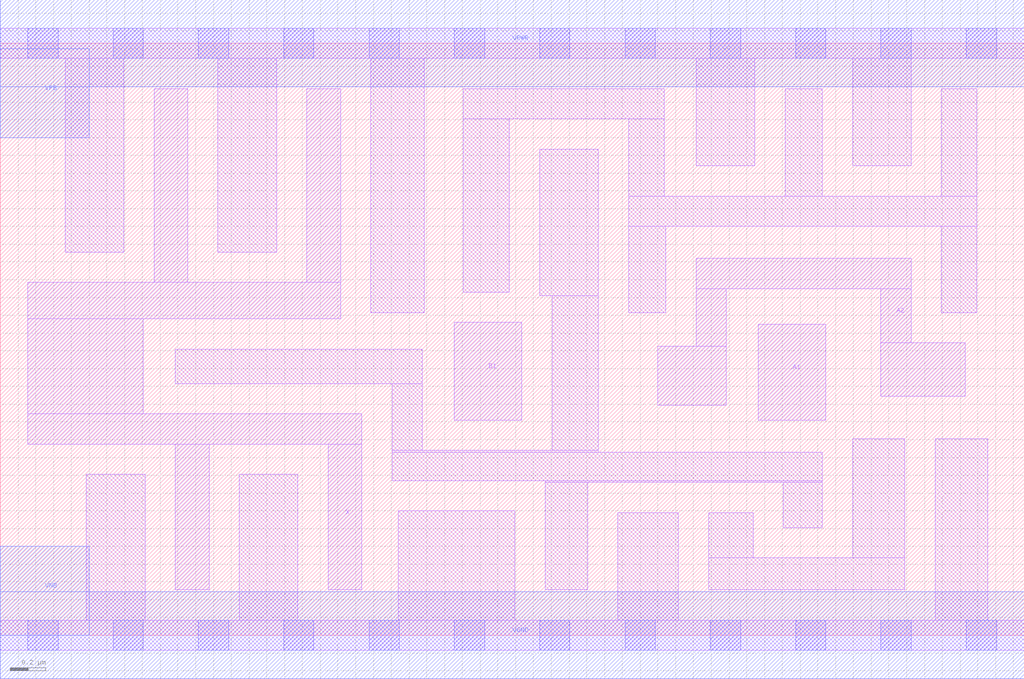
<source format=lef>
# Copyright 2020 The SkyWater PDK Authors
#
# Licensed under the Apache License, Version 2.0 (the "License");
# you may not use this file except in compliance with the License.
# You may obtain a copy of the License at
#
#     https://www.apache.org/licenses/LICENSE-2.0
#
# Unless required by applicable law or agreed to in writing, software
# distributed under the License is distributed on an "AS IS" BASIS,
# WITHOUT WARRANTIES OR CONDITIONS OF ANY KIND, either express or implied.
# See the License for the specific language governing permissions and
# limitations under the License.
#
# SPDX-License-Identifier: Apache-2.0

VERSION 5.5 ;
NAMESCASESENSITIVE ON ;
BUSBITCHARS "[]" ;
DIVIDERCHAR "/" ;
MACRO sky130_fd_sc_lp__a21o_4
  CLASS CORE ;
  SOURCE USER ;
  ORIGIN  0.000000  0.000000 ;
  SIZE  5.760000 BY  3.330000 ;
  SYMMETRY X Y R90 ;
  SITE unit ;
  PIN A1
    ANTENNAGATEAREA  0.630000 ;
    DIRECTION INPUT ;
    USE SIGNAL ;
    PORT
      LAYER li1 ;
        RECT 4.265000 1.210000 4.645000 1.750000 ;
    END
  END A1
  PIN A2
    ANTENNAGATEAREA  0.630000 ;
    DIRECTION INPUT ;
    USE SIGNAL ;
    PORT
      LAYER li1 ;
        RECT 3.700000 1.295000 4.085000 1.625000 ;
        RECT 3.915000 1.625000 4.085000 1.950000 ;
        RECT 3.915000 1.950000 5.125000 2.120000 ;
        RECT 4.955000 1.345000 5.430000 1.645000 ;
        RECT 4.955000 1.645000 5.125000 1.950000 ;
    END
  END A2
  PIN B1
    ANTENNAGATEAREA  0.630000 ;
    DIRECTION INPUT ;
    USE SIGNAL ;
    PORT
      LAYER li1 ;
        RECT 2.555000 1.210000 2.935000 1.760000 ;
    END
  END B1
  PIN X
    ANTENNADIFFAREA  1.176000 ;
    DIRECTION OUTPUT ;
    USE SIGNAL ;
    PORT
      LAYER li1 ;
        RECT 0.155000 1.075000 2.035000 1.245000 ;
        RECT 0.155000 1.245000 0.805000 1.780000 ;
        RECT 0.155000 1.780000 1.915000 1.985000 ;
        RECT 0.865000 1.985000 1.055000 3.075000 ;
        RECT 0.985000 0.255000 1.175000 1.075000 ;
        RECT 1.725000 1.985000 1.915000 3.075000 ;
        RECT 1.845000 0.255000 2.035000 1.075000 ;
    END
  END X
  PIN VGND
    DIRECTION INOUT ;
    USE GROUND ;
    PORT
      LAYER met1 ;
        RECT 0.000000 -0.245000 5.760000 0.245000 ;
    END
  END VGND
  PIN VNB
    DIRECTION INOUT ;
    USE GROUND ;
    PORT
      LAYER met1 ;
        RECT 0.000000 0.000000 0.500000 0.500000 ;
    END
  END VNB
  PIN VPB
    DIRECTION INOUT ;
    USE POWER ;
    PORT
      LAYER met1 ;
        RECT 0.000000 2.800000 0.500000 3.300000 ;
    END
  END VPB
  PIN VPWR
    DIRECTION INOUT ;
    USE POWER ;
    PORT
      LAYER met1 ;
        RECT 0.000000 3.085000 5.760000 3.575000 ;
    END
  END VPWR
  OBS
    LAYER li1 ;
      RECT 0.000000 -0.085000 5.760000 0.085000 ;
      RECT 0.000000  3.245000 5.760000 3.415000 ;
      RECT 0.365000  2.155000 0.695000 3.245000 ;
      RECT 0.485000  0.085000 0.815000 0.905000 ;
      RECT 0.985000  1.415000 2.375000 1.610000 ;
      RECT 1.225000  2.155000 1.555000 3.245000 ;
      RECT 1.345000  0.085000 1.675000 0.905000 ;
      RECT 2.085000  1.815000 2.385000 3.245000 ;
      RECT 2.205000  0.870000 4.625000 1.030000 ;
      RECT 2.205000  1.030000 3.365000 1.040000 ;
      RECT 2.205000  1.040000 2.375000 1.415000 ;
      RECT 2.240000  0.085000 2.895000 0.700000 ;
      RECT 2.605000  1.930000 2.865000 2.905000 ;
      RECT 2.605000  2.905000 3.735000 3.075000 ;
      RECT 3.035000  1.910000 3.365000 2.735000 ;
      RECT 3.065000  0.255000 3.305000 0.860000 ;
      RECT 3.065000  0.860000 4.625000 0.870000 ;
      RECT 3.105000  1.040000 3.365000 1.910000 ;
      RECT 3.475000  0.085000 3.815000 0.690000 ;
      RECT 3.535000  1.815000 3.745000 2.300000 ;
      RECT 3.535000  2.300000 5.495000 2.470000 ;
      RECT 3.535000  2.470000 3.735000 2.905000 ;
      RECT 3.915000  2.640000 4.245000 3.245000 ;
      RECT 3.985000  0.255000 5.090000 0.435000 ;
      RECT 3.985000  0.435000 4.235000 0.690000 ;
      RECT 4.405000  0.605000 4.625000 0.860000 ;
      RECT 4.415000  2.470000 4.625000 3.075000 ;
      RECT 4.795000  0.435000 5.090000 1.105000 ;
      RECT 4.795000  2.640000 5.125000 3.245000 ;
      RECT 5.260000  0.085000 5.555000 1.105000 ;
      RECT 5.295000  1.815000 5.495000 2.300000 ;
      RECT 5.295000  2.470000 5.495000 3.075000 ;
    LAYER mcon ;
      RECT 0.155000 -0.085000 0.325000 0.085000 ;
      RECT 0.155000  3.245000 0.325000 3.415000 ;
      RECT 0.635000 -0.085000 0.805000 0.085000 ;
      RECT 0.635000  3.245000 0.805000 3.415000 ;
      RECT 1.115000 -0.085000 1.285000 0.085000 ;
      RECT 1.115000  3.245000 1.285000 3.415000 ;
      RECT 1.595000 -0.085000 1.765000 0.085000 ;
      RECT 1.595000  3.245000 1.765000 3.415000 ;
      RECT 2.075000 -0.085000 2.245000 0.085000 ;
      RECT 2.075000  3.245000 2.245000 3.415000 ;
      RECT 2.555000 -0.085000 2.725000 0.085000 ;
      RECT 2.555000  3.245000 2.725000 3.415000 ;
      RECT 3.035000 -0.085000 3.205000 0.085000 ;
      RECT 3.035000  3.245000 3.205000 3.415000 ;
      RECT 3.515000 -0.085000 3.685000 0.085000 ;
      RECT 3.515000  3.245000 3.685000 3.415000 ;
      RECT 3.995000 -0.085000 4.165000 0.085000 ;
      RECT 3.995000  3.245000 4.165000 3.415000 ;
      RECT 4.475000 -0.085000 4.645000 0.085000 ;
      RECT 4.475000  3.245000 4.645000 3.415000 ;
      RECT 4.955000 -0.085000 5.125000 0.085000 ;
      RECT 4.955000  3.245000 5.125000 3.415000 ;
      RECT 5.435000 -0.085000 5.605000 0.085000 ;
      RECT 5.435000  3.245000 5.605000 3.415000 ;
  END
END sky130_fd_sc_lp__a21o_4
END LIBRARY

</source>
